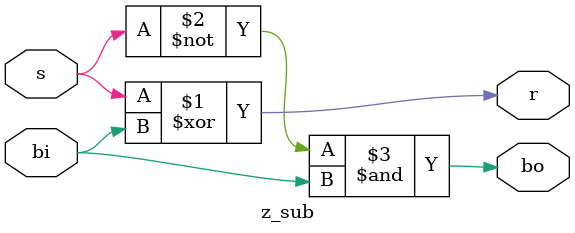
<source format=v>
module z_sub (
	input s, bi,
		output r, bo
);
	assign r = s ^ bi;
	assign bo = ~s & bi;

endmodule
</source>
